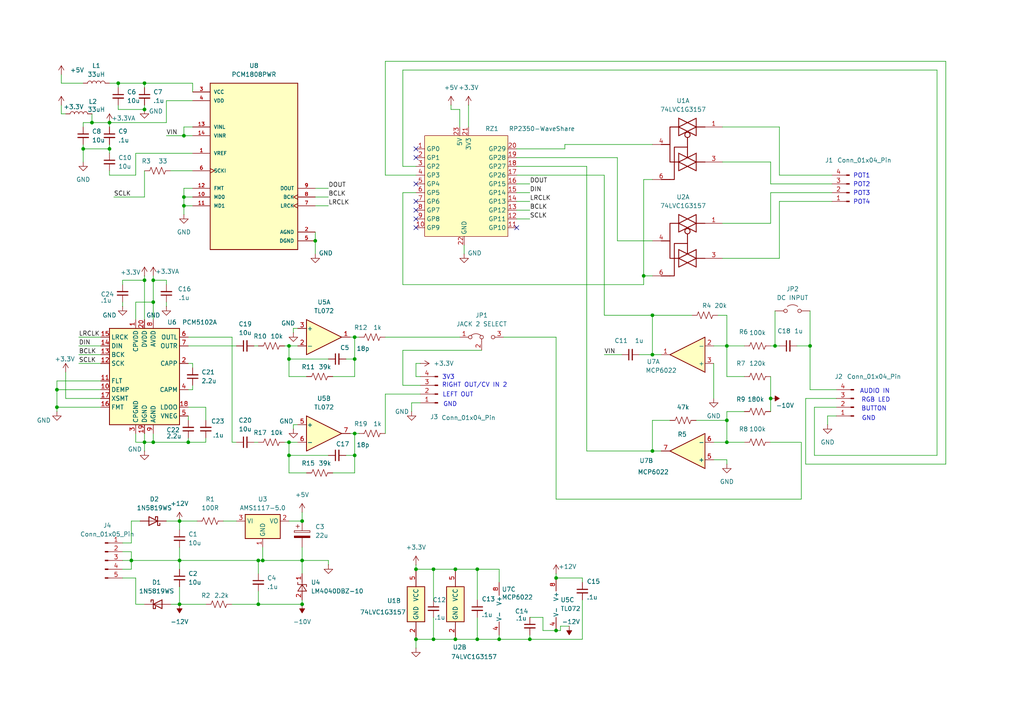
<source format=kicad_sch>
(kicad_sch (version 20250114) (generator "eeschema") (generator_version "9.0")
  (paper "A4")
  (title_block (title "Pico 2HP Audio") (date "2025-12-08") (rev "1.0"))
  (text "AUDIO IN\n" (at 253.746 113.538 0) (effects (font (size 1.27 1.27))))
  (text "GND" (at 251.968 121.412 0) (effects (font (size 1.27 1.27))))
  (text "GND" (at 130.556 117.348 0) (effects (font (size 1.27 1.27))))
  (text "POT2" (at 249.936 53.594 0) (effects (font (size 1.27 1.27))))
  (text "POT1" (at 249.936 51.054 0) (effects (font (size 1.27 1.27))))
  (text "LEFT OUT" (at 132.842 114.554 0) (effects (font (size 1.27 1.27))))
  (text "POT3\n" (at 249.936 56.134 0) (effects (font (size 1.27 1.27))))
  (text "POT4\n" (at 249.936 58.674 0) (effects (font (size 1.27 1.27))))
  (text "RGB LED " (at 254.508 116.078 0) (effects (font (size 1.27 1.27))))
  (text "BUTTON" (at 253.492 118.618 0) (effects (font (size 1.27 1.27))))
  (text "RIGHT OUT/CV IN 2" (at 137.668 111.76 0) (effects (font (size 1.27 1.27))))
  (text "3V3" (at 130.048 109.474 0) (effects (font (size 1.27 1.27))))
  (junction (at 44.45 81.28))
  (junction (at 189.23 130.81))
  (junction (at 144.78 185.42))
  (junction (at 83.82 128.27))
  (junction (at 161.29 167.64))
  (junction (at 186.69 80.01))
  (junction (at 52.07 162.56))
  (junction (at 224.79 100.33))
  (junction (at 189.23 91.44))
  (junction (at 41.91 24.13))
  (junction (at 41.91 31.75))
  (junction (at 44.45 128.27))
  (junction (at 125.73 165.1))
  (junction (at 120.65 185.42))
  (junction (at 223.52 115.57))
  (junction (at 102.87 125.73))
  (junction (at 83.82 104.14))
  (junction (at 83.82 132.08))
  (junction (at 52.07 175.26))
  (junction (at 52.07 151.13))
  (junction (at 41.91 128.27))
  (junction (at 83.82 100.33))
  (junction (at 24.13 43.18))
  (junction (at 87.63 151.13))
  (junction (at 102.87 132.08))
  (junction (at 132.08 185.42))
  (junction (at 53.34 57.15))
  (junction (at 54.61 128.27))
  (junction (at 234.95 100.33))
  (junction (at 74.93 175.26))
  (junction (at 16.51 118.11))
  (junction (at 102.87 104.14))
  (junction (at 41.91 81.28))
  (junction (at 53.34 39.37))
  (junction (at 138.43 185.42))
  (junction (at 132.08 165.1))
  (junction (at 38.1 162.56))
  (junction (at 210.82 121.92))
  (junction (at 210.82 128.27))
  (junction (at 76.2 162.56))
  (junction (at 125.73 185.42))
  (junction (at 87.63 175.26))
  (junction (at 34.29 24.13))
  (junction (at 31.75 35.56))
  (junction (at 74.93 162.56))
  (junction (at 53.34 59.69))
  (junction (at 91.44 69.85))
  (junction (at 87.63 162.56))
  (junction (at 210.82 100.33))
  (junction (at 26.67 35.56))
  (junction (at 102.87 97.79))
  (junction (at 16.51 113.03))
  (junction (at 44.45 87.63))
  (junction (at 120.65 165.1))
  (junction (at 138.43 165.1))
  (junction (at 31.75 43.18))
  (junction (at 161.29 182.88))
  (junction (at 153.67 185.42))
  (junction (at 189.23 102.87))
  (no_connect (at 120.65 53.34))
  (no_connect (at 120.65 66.04))
  (no_connect (at 120.65 45.72))
  (no_connect (at 120.65 43.18))
  (no_connect (at 120.65 60.96))
  (no_connect (at 120.65 58.42))
  (no_connect (at 120.65 63.5))
  (no_connect (at 149.86 66.04))
  (wire (pts (xy 53.34 36.83) (xy 53.34 39.37)))
  (wire (pts (xy 224.79 90.17) (xy 224.79 100.33)))
  (wire (pts (xy 31.75 35.56) (xy 31.75 36.83)))
  (wire (pts (xy 76.2 158.75) (xy 76.2 162.56)))
  (wire (pts (xy 83.82 132.08) (xy 83.82 128.27)))
  (wire (pts (xy 53.34 54.61) (xy 53.34 57.15)))
  (wire (pts (xy 271.78 20.32) (xy 271.78 132.08)))
  (wire (pts (xy 48.26 35.56) (xy 31.75 35.56)))
  (wire (pts (xy 38.1 157.48) (xy 38.1 151.13)))
  (wire (pts (xy 41.91 80.01) (xy 41.91 81.28)))
  (wire (pts (xy 236.22 132.08) (xy 236.22 118.11)))
  (wire (pts (xy 125.73 185.42) (xy 132.08 185.42)))
  (wire (pts (xy 35.56 167.64) (xy 39.37 167.64)))
  (wire (pts (xy 26.67 33.02) (xy 26.67 35.56)))
  (wire (pts (xy 116.84 82.55) (xy 116.84 55.88)))
  (wire (pts (xy 48.26 29.21) (xy 48.26 35.56)))
  (wire (pts (xy 39.37 44.45) (xy 39.37 50.8)))
  (wire (pts (xy 168.91 173.99) (xy 168.91 185.42)))
  (wire (pts (xy 83.82 104.14) (xy 83.82 100.33)))
  (wire (pts (xy 67.31 175.26) (xy 74.93 175.26)))
  (wire (pts (xy 120.65 105.41) (xy 121.92 105.41)))
  (wire (pts (xy 189.23 91.44) (xy 189.23 102.87)))
  (wire (pts (xy 226.06 74.93) (xy 209.55 74.93)))
  (wire (pts (xy 74.93 175.26) (xy 87.63 175.26)))
  (wire (pts (xy 55.88 29.21) (xy 48.26 29.21)))
  (wire (pts (xy 83.82 151.13) (xy 87.63 151.13)))
  (wire (pts (xy 223.52 53.34) (xy 241.3 53.34)))
  (wire (pts (xy 87.63 173.99) (xy 87.63 175.26)))
  (wire (pts (xy 102.87 97.79) (xy 102.87 104.14)))
  (wire (pts (xy 179.07 69.85) (xy 189.23 69.85)))
  (wire (pts (xy 168.91 185.42) (xy 153.67 185.42)))
  (wire (pts (xy 39.37 175.26) (xy 41.91 175.26)))
  (wire (pts (xy 102.87 97.79) (xy 104.14 97.79)))
  (wire (pts (xy 120.65 109.22) (xy 120.65 105.41)))
  (wire (pts (xy 120.65 185.42) (xy 125.73 185.42)))
  (wire (pts (xy 153.67 185.42) (xy 144.78 185.42)))
  (wire (pts (xy 223.52 128.27) (xy 232.41 128.27)))
  (wire (pts (xy 133.35 97.79) (xy 111.76 97.79)))
  (wire (pts (xy 55.88 26.67) (xy 55.88 24.13)))
  (wire (pts (xy 44.45 80.01) (xy 44.45 81.28)))
  (wire (pts (xy 16.51 118.11) (xy 16.51 119.38)))
  (wire (pts (xy 189.23 121.92) (xy 189.23 130.81)))
  (wire (pts (xy 87.63 162.56) (xy 87.63 166.37)))
  (wire (pts (xy 59.69 118.11) (xy 59.69 121.92)))
  (wire (pts (xy 149.86 45.72) (xy 179.07 45.72)))
  (wire (pts (xy 100.33 104.14) (xy 102.87 104.14)))
  (wire (pts (xy 91.44 59.69) (xy 95.25 59.69)))
  (wire (pts (xy 83.82 128.27) (xy 86.36 128.27)))
  (wire (pts (xy 48.26 87.63) (xy 48.26 88.9)))
  (wire (pts (xy 38.1 160.02) (xy 38.1 162.56)))
  (wire (pts (xy 22.86 102.87) (xy 29.21 102.87)))
  (wire (pts (xy 74.93 171.45) (xy 74.93 175.26)))
  (wire (pts (xy 223.52 46.99) (xy 223.52 53.34)))
  (wire (pts (xy 201.93 121.92) (xy 210.82 121.92)))
  (wire (pts (xy 210.82 133.35) (xy 210.82 134.62)))
  (wire (pts (xy 210.82 109.22) (xy 215.9 109.22)))
  (wire (pts (xy 38.1 162.56) (xy 52.07 162.56)))
  (wire (pts (xy 35.56 82.55) (xy 35.56 81.28)))
  (wire (pts (xy 24.13 41.91) (xy 24.13 43.18)))
  (wire (pts (xy 189.23 102.87) (xy 191.77 102.87)))
  (wire (pts (xy 233.68 134.62) (xy 233.68 115.57)))
  (wire (pts (xy 24.13 43.18) (xy 24.13 46.99)))
  (wire (pts (xy 87.63 158.75) (xy 87.63 162.56)))
  (wire (pts (xy 52.07 175.26) (xy 59.69 175.26)))
  (wire (pts (xy 59.69 127) (xy 59.69 128.27)))
  (wire (pts (xy 116.84 48.26) (xy 116.84 20.32)))
  (wire (pts (xy 149.86 58.42) (xy 153.67 58.42)))
  (wire (pts (xy 116.84 111.76) (xy 121.92 111.76)))
  (wire (pts (xy 55.88 113.03) (xy 55.88 111.76)))
  (wire (pts (xy 85.09 95.25) (xy 85.09 96.52)))
  (wire (pts (xy 88.9 137.16) (xy 83.82 137.16)))
  (wire (pts (xy 44.45 81.28) (xy 44.45 87.63)))
  (wire (pts (xy 19.05 115.57) (xy 19.05 107.95)))
  (wire (pts (xy 41.91 128.27) (xy 41.91 130.81)))
  (wire (pts (xy 233.68 115.57) (xy 242.57 115.57)))
  (wire (pts (xy 138.43 185.42) (xy 132.08 185.42)))
  (wire (pts (xy 125.73 165.1) (xy 132.08 165.1)))
  (wire (pts (xy 22.86 100.33) (xy 29.21 100.33)))
  (wire (pts (xy 67.31 128.27) (xy 68.58 128.27)))
  (wire (pts (xy 39.37 128.27) (xy 41.91 128.27)))
  (wire (pts (xy 209.55 64.77) (xy 223.52 64.77)))
  (wire (pts (xy 34.29 24.13) (xy 34.29 25.4)))
  (wire (pts (xy 82.55 128.27) (xy 83.82 128.27)))
  (wire (pts (xy 236.22 118.11) (xy 242.57 118.11)))
  (wire (pts (xy 111.76 50.8) (xy 111.76 17.78)))
  (wire (pts (xy 59.69 128.27) (xy 54.61 128.27)))
  (wire (pts (xy 31.75 24.13) (xy 34.29 24.13)))
  (wire (pts (xy 162.56 181.61) (xy 162.56 182.88)))
  (wire (pts (xy 73.66 100.33) (xy 74.93 100.33)))
  (wire (pts (xy 35.56 157.48) (xy 38.1 157.48)))
  (wire (pts (xy 163.83 41.91) (xy 163.83 43.18)))
  (wire (pts (xy 161.29 182.88) (xy 162.56 182.88)))
  (wire (pts (xy 22.86 105.41) (xy 29.21 105.41)))
  (wire (pts (xy 55.88 36.83) (xy 53.34 36.83)))
  (wire (pts (xy 17.78 33.02) (xy 19.05 33.02)))
  (wire (pts (xy 231.14 100.33) (xy 234.95 100.33)))
  (wire (pts (xy 175.26 50.8) (xy 175.26 91.44)))
  (wire (pts (xy 101.6 125.73) (xy 102.87 125.73)))
  (wire (pts (xy 120.65 109.22) (xy 121.92 109.22)))
  (wire (pts (xy 226.06 36.83) (xy 226.06 50.8)))
  (wire (pts (xy 96.52 137.16) (xy 102.87 137.16)))
  (wire (pts (xy 179.07 45.72) (xy 179.07 69.85)))
  (wire (pts (xy 86.36 95.25) (xy 85.09 95.25)))
  (wire (pts (xy 135.89 30.48) (xy 135.89 36.83)))
  (wire (pts (xy 242.57 113.03) (xy 234.95 113.03)))
  (wire (pts (xy 55.88 44.45) (xy 39.37 44.45)))
  (wire (pts (xy 41.91 57.15) (xy 41.91 49.53)))
  (wire (pts (xy 189.23 130.81) (xy 191.77 130.81)))
  (wire (pts (xy 209.55 46.99) (xy 223.52 46.99)))
  (wire (pts (xy 134.62 71.12) (xy 134.62 73.66)))
  (wire (pts (xy 189.23 91.44) (xy 200.66 91.44)))
  (wire (pts (xy 120.65 185.42) (xy 120.65 187.96)))
  (wire (pts (xy 39.37 50.8) (xy 31.75 50.8)))
  (wire (pts (xy 120.65 48.26) (xy 116.84 48.26)))
  (wire (pts (xy 119.38 116.84) (xy 119.38 119.38)))
  (wire (pts (xy 29.21 110.49) (xy 16.51 110.49)))
  (wire (pts (xy 130.81 30.48) (xy 130.81 31.75)))
  (wire (pts (xy 52.07 151.13) (xy 52.07 153.67)))
  (wire (pts (xy 95.25 163.83) (xy 95.25 162.56)))
  (wire (pts (xy 121.92 114.3) (xy 111.76 114.3)))
  (wire (pts (xy 165.1 181.61) (xy 162.56 181.61)))
  (wire (pts (xy 189.23 41.91) (xy 163.83 41.91)))
  (wire (pts (xy 91.44 69.85) (xy 91.44 73.66)))
  (wire (pts (xy 83.82 109.22) (xy 83.82 104.14)))
  (wire (pts (xy 234.95 90.17) (xy 234.95 100.33)))
  (wire (pts (xy 149.86 48.26) (xy 170.18 48.26)))
  (wire (pts (xy 111.76 50.8) (xy 120.65 50.8)))
  (wire (pts (xy 39.37 167.64) (xy 39.37 175.26)))
  (wire (pts (xy 54.61 128.27) (xy 44.45 128.27)))
  (wire (pts (xy 102.87 132.08) (xy 102.87 137.16)))
  (wire (pts (xy 210.82 100.33) (xy 215.9 100.33)))
  (wire (pts (xy 144.78 184.15) (xy 144.78 185.42)))
  (wire (pts (xy 91.44 57.15) (xy 95.25 57.15)))
  (wire (pts (xy 116.84 55.88) (xy 120.65 55.88)))
  (wire (pts (xy 232.41 128.27) (xy 232.41 144.78)))
  (wire (pts (xy 102.87 125.73) (xy 104.14 125.73)))
  (wire (pts (xy 44.45 81.28) (xy 48.26 81.28)))
  (wire (pts (xy 73.66 128.27) (xy 74.93 128.27)))
  (wire (pts (xy 210.82 128.27) (xy 207.01 128.27)))
  (wire (pts (xy 52.07 170.18) (xy 52.07 175.26)))
  (wire (pts (xy 87.63 148.59) (xy 87.63 151.13)))
  (wire (pts (xy 54.61 113.03) (xy 55.88 113.03)))
  (wire (pts (xy 31.75 41.91) (xy 31.75 43.18)))
  (wire (pts (xy 44.45 87.63) (xy 44.45 92.71)))
  (wire (pts (xy 133.35 31.75) (xy 133.35 36.83)))
  (wire (pts (xy 91.44 67.31) (xy 91.44 69.85)))
  (wire (pts (xy 138.43 165.1) (xy 132.08 165.1)))
  (wire (pts (xy 17.78 30.48) (xy 17.78 33.02)))
  (wire (pts (xy 64.77 151.13) (xy 68.58 151.13)))
  (wire (pts (xy 271.78 132.08) (xy 236.22 132.08)))
  (wire (pts (xy 24.13 35.56) (xy 24.13 36.83)))
  (wire (pts (xy 35.56 165.1) (xy 38.1 165.1)))
  (wire (pts (xy 102.87 104.14) (xy 102.87 109.22)))
  (wire (pts (xy 96.52 109.22) (xy 102.87 109.22)))
  (wire (pts (xy 210.82 128.27) (xy 215.9 128.27)))
  (wire (pts (xy 223.52 115.57) (xy 223.52 119.38)))
  (wire (pts (xy 157.48 179.07) (xy 153.67 179.07)))
  (wire (pts (xy 35.56 162.56) (xy 38.1 162.56)))
  (wire (pts (xy 120.65 165.1) (xy 125.73 165.1)))
  (wire (pts (xy 100.33 132.08) (xy 102.87 132.08)))
  (wire (pts (xy 35.56 87.63) (xy 35.56 88.9)))
  (wire (pts (xy 26.67 35.56) (xy 31.75 35.56)))
  (wire (pts (xy 41.91 30.48) (xy 41.91 31.75)))
  (wire (pts (xy 240.03 120.65) (xy 240.03 123.19)))
  (wire (pts (xy 153.67 184.15) (xy 153.67 185.42)))
  (wire (pts (xy 149.86 50.8) (xy 175.26 50.8)))
  (wire (pts (xy 34.29 31.75) (xy 41.91 31.75)))
  (wire (pts (xy 54.61 97.79) (xy 67.31 97.79)))
  (wire (pts (xy 24.13 43.18) (xy 31.75 43.18)))
  (wire (pts (xy 274.32 134.62) (xy 233.68 134.62)))
  (wire (pts (xy 149.86 55.88) (xy 153.67 55.88)))
  (wire (pts (xy 149.86 53.34) (xy 153.67 53.34)))
  (wire (pts (xy 41.91 128.27) (xy 41.91 125.73)))
  (wire (pts (xy 111.76 17.78) (xy 274.32 17.78)))
  (wire (pts (xy 161.29 97.79) (xy 161.29 144.78)))
  (wire (pts (xy 52.07 158.75) (xy 52.07 162.56)))
  (wire (pts (xy 83.82 137.16) (xy 83.82 132.08)))
  (wire (pts (xy 149.86 60.96) (xy 153.67 60.96)))
  (wire (pts (xy 85.09 123.19) (xy 85.09 124.46)))
  (wire (pts (xy 48.26 81.28) (xy 48.26 82.55)))
  (wire (pts (xy 149.86 43.18) (xy 163.83 43.18)))
  (wire (pts (xy 210.82 121.92) (xy 210.82 128.27)))
  (wire (pts (xy 52.07 162.56) (xy 52.07 165.1)))
  (wire (pts (xy 88.9 109.22) (xy 83.82 109.22)))
  (wire (pts (xy 175.26 102.87) (xy 180.34 102.87)))
  (wire (pts (xy 121.92 116.84) (xy 119.38 116.84)))
  (wire (pts (xy 144.78 168.91) (xy 144.78 165.1)))
  (wire (pts (xy 234.95 100.33) (xy 234.95 113.03)))
  (wire (pts (xy 232.41 144.78) (xy 161.29 144.78)))
  (wire (pts (xy 138.43 165.1) (xy 138.43 173.99)))
  (wire (pts (xy 55.88 54.61) (xy 53.34 54.61)))
  (wire (pts (xy 53.34 59.69) (xy 53.34 62.23)))
  (wire (pts (xy 91.44 54.61) (xy 95.25 54.61)))
  (wire (pts (xy 34.29 30.48) (xy 34.29 31.75)))
  (wire (pts (xy 44.45 125.73) (xy 44.45 128.27)))
  (wire (pts (xy 17.78 21.59) (xy 17.78 24.13)))
  (wire (pts (xy 83.82 100.33) (xy 86.36 100.33)))
  (wire (pts (xy 194.31 121.92) (xy 189.23 121.92)))
  (wire (pts (xy 224.79 100.33) (xy 226.06 100.33)))
  (wire (pts (xy 186.69 52.07) (xy 186.69 80.01)))
  (wire (pts (xy 16.51 113.03) (xy 29.21 113.03)))
  (wire (pts (xy 76.2 162.56) (xy 87.63 162.56)))
  (wire (pts (xy 38.1 162.56) (xy 38.1 165.1)))
  (wire (pts (xy 189.23 80.01) (xy 186.69 80.01)))
  (wire (pts (xy 144.78 165.1) (xy 138.43 165.1)))
  (wire (pts (xy 17.78 24.13) (xy 24.13 24.13)))
  (wire (pts (xy 29.21 115.57) (xy 19.05 115.57)))
  (wire (pts (xy 39.37 87.63) (xy 39.37 92.71)))
  (wire (pts (xy 76.2 162.56) (xy 74.93 162.56)))
  (wire (pts (xy 161.29 97.79) (xy 146.05 97.79)))
  (wire (pts (xy 54.61 105.41) (xy 55.88 105.41)))
  (wire (pts (xy 82.55 100.33) (xy 83.82 100.33)))
  (wire (pts (xy 186.69 80.01) (xy 186.69 82.55)))
  (wire (pts (xy 53.34 57.15) (xy 55.88 57.15)))
  (wire (pts (xy 41.91 81.28) (xy 41.91 92.71)))
  (wire (pts (xy 86.36 123.19) (xy 85.09 123.19)))
  (wire (pts (xy 16.51 113.03) (xy 16.51 118.11)))
  (wire (pts (xy 53.34 57.15) (xy 53.34 59.69)))
  (wire (pts (xy 210.82 100.33) (xy 210.82 109.22)))
  (wire (pts (xy 223.52 100.33) (xy 224.79 100.33)))
  (wire (pts (xy 16.51 110.49) (xy 16.51 113.03)))
  (wire (pts (xy 54.61 100.33) (xy 68.58 100.33)))
  (wire (pts (xy 33.02 57.15) (xy 41.91 57.15)))
  (wire (pts (xy 215.9 119.38) (xy 210.82 119.38)))
  (wire (pts (xy 209.55 36.83) (xy 226.06 36.83)))
  (wire (pts (xy 67.31 97.79) (xy 67.31 128.27)))
  (wire (pts (xy 24.13 35.56) (xy 26.67 35.56)))
  (wire (pts (xy 186.69 52.07) (xy 189.23 52.07)))
  (wire (pts (xy 157.48 182.88) (xy 157.48 179.07)))
  (wire (pts (xy 34.29 24.13) (xy 41.91 24.13)))
  (wire (pts (xy 87.63 162.56) (xy 95.25 162.56)))
  (wire (pts (xy 83.82 132.08) (xy 95.25 132.08)))
  (wire (pts (xy 161.29 166.37) (xy 161.29 167.64)))
  (wire (pts (xy 31.75 50.8) (xy 31.75 49.53)))
  (wire (pts (xy 31.75 43.18) (xy 31.75 44.45)))
  (wire (pts (xy 54.61 127) (xy 54.61 128.27)))
  (wire (pts (xy 16.51 118.11) (xy 29.21 118.11)))
  (wire (pts (xy 226.06 58.42) (xy 226.06 74.93)))
  (wire (pts (xy 157.48 182.88) (xy 161.29 182.88)))
  (wire (pts (xy 223.52 109.22) (xy 223.52 115.57)))
  (wire (pts (xy 39.37 125.73) (xy 39.37 128.27)))
  (wire (pts (xy 44.45 87.63) (xy 39.37 87.63)))
  (wire (pts (xy 48.26 39.37) (xy 53.34 39.37)))
  (wire (pts (xy 116.84 101.6) (xy 139.7 101.6)))
  (wire (pts (xy 116.84 101.6) (xy 116.84 111.76)))
  (wire (pts (xy 210.82 119.38) (xy 210.82 121.92)))
  (wire (pts (xy 242.57 120.65) (xy 240.03 120.65)))
  (wire (pts (xy 55.88 105.41) (xy 55.88 106.68)))
  (wire (pts (xy 241.3 58.42) (xy 226.06 58.42)))
  (wire (pts (xy 149.86 63.5) (xy 153.67 63.5)))
  (wire (pts (xy 44.45 128.27) (xy 41.91 128.27)))
  (wire (pts (xy 274.32 17.78) (xy 274.32 134.62)))
  (wire (pts (xy 207.01 133.35) (xy 210.82 133.35)))
  (wire (pts (xy 54.61 120.65) (xy 54.61 121.92)))
  (wire (pts (xy 130.81 31.75) (xy 133.35 31.75)))
  (wire (pts (xy 111.76 114.3) (xy 111.76 125.73)))
  (wire (pts (xy 185.42 102.87) (xy 189.23 102.87)))
  (wire (pts (xy 53.34 39.37) (xy 55.88 39.37)))
  (wire (pts (xy 48.26 151.13) (xy 52.07 151.13)))
  (wire (pts (xy 170.18 130.81) (xy 189.23 130.81)))
  (wire (pts (xy 125.73 179.07) (xy 125.73 185.42)))
  (wire (pts (xy 116.84 20.32) (xy 271.78 20.32)))
  (wire (pts (xy 186.69 82.55) (xy 116.84 82.55)))
  (wire (pts (xy 52.07 151.13) (xy 57.15 151.13)))
  (wire (pts (xy 207.01 100.33) (xy 210.82 100.33)))
  (wire (pts (xy 22.86 97.79) (xy 29.21 97.79)))
  (wire (pts (xy 144.78 185.42) (xy 138.43 185.42)))
  (wire (pts (xy 52.07 162.56) (xy 74.93 162.56)))
  (wire (pts (xy 208.28 91.44) (xy 210.82 91.44)))
  (wire (pts (xy 223.52 55.88) (xy 241.3 55.88)))
  (wire (pts (xy 101.6 97.79) (xy 102.87 97.79)))
  (wire (pts (xy 38.1 151.13) (xy 40.64 151.13)))
  (wire (pts (xy 125.73 165.1) (xy 125.73 173.99)))
  (wire (pts (xy 226.06 50.8) (xy 241.3 50.8)))
  (wire (pts (xy 223.52 64.77) (xy 223.52 55.88)))
  (wire (pts (xy 55.88 24.13) (xy 41.91 24.13)))
  (wire (pts (xy 120.65 163.83) (xy 120.65 165.1)))
  (wire (pts (xy 55.88 49.53) (xy 49.53 49.53)))
  (wire (pts (xy 170.18 48.26) (xy 170.18 130.81)))
  (wire (pts (xy 49.53 175.26) (xy 52.07 175.26)))
  (wire (pts (xy 161.29 167.64) (xy 168.91 167.64)))
  (wire (pts (xy 175.26 91.44) (xy 189.23 91.44)))
  (wire (pts (xy 35.56 81.28) (xy 41.91 81.28)))
  (wire (pts (xy 102.87 125.73) (xy 102.87 132.08)))
  (wire (pts (xy 168.91 167.64) (xy 168.91 168.91)))
  (wire (pts (xy 83.82 104.14) (xy 95.25 104.14)))
  (wire (pts (xy 41.91 25.4) (xy 41.91 24.13)))
  (wire (pts (xy 207.01 105.41) (xy 207.01 115.57)))
  (wire (pts (xy 53.34 59.69) (xy 55.88 59.69)))
  (wire (pts (xy 35.56 160.02) (xy 38.1 160.02)))
  (wire (pts (xy 210.82 91.44) (xy 210.82 100.33)))
  (wire (pts (xy 138.43 179.07) (xy 138.43 185.42)))
  (wire (pts (xy 54.61 118.11) (xy 59.69 118.11)))
  (wire (pts (xy 74.93 162.56) (xy 74.93 166.37)))
  (label "DIN" (at 153.67 55.88 0))
  (label "BCLK" (at 95.25 57.15 0))
  (label "VIN" (at 175.26 102.87 0))
  (label "LRCLK" (at 153.67 58.42 0))
  (label "LRCLK" (at 22.86 97.79 0))
  (label "LRCLK" (at 95.25 59.69 0))
  (label "SCLK" (at 22.86 105.41 0))
  (label "BCLK" (at 153.67 60.96 0))
  (label "SCLK" (at 153.67 63.5 0))
  (label "DOUT" (at 95.25 54.61 0))
  (label "SCLK" (at 33.02 57.15 0))
  (label "DOUT" (at 153.67 53.34 0))
  (label "VIN" (at 48.26 39.37 0))
  (label "DIN" (at 22.86 100.33 0))
  (label "BCLK" (at 22.86 102.87 0))
  (symbol (lib_id "Device:C_Small") (at 97.79 104.14 90) (unit 1)
    (property "Reference" "C5" (at 101.346 100.838 90) (effects (justify left)))
    (property "Value" "18p" (at 107.188 101.092 90) (effects (justify left)))
    (property "Footprint" "Capacitor_SMD:C_0603_1608Metric_Pad1.08x0.95mm_HandSolder" (effects (hide yes)))
    (property "Description" "Unpolarized capacitor, small symbol" (effects (hide yes)))
  )
  (symbol (lib_id "Device:R_US") (at 219.71 100.33 90) (unit 1)
    (property "Reference" "R6" (at 215.646 96.266 90))
    (property "Value" "100k" (at 219.71 96.52 90))
    (property "Footprint" "Resistor_SMD:R_0603_1608Metric_Pad0.98x0.95mm_HandSolder" (effects (hide yes)))
    (property "Description" "Resistor, US symbol" (effects (hide yes)))
  )
  (symbol (lib_id "Amplifier_Operational:TL072") (at 93.98 97.79 0) (unit 1)
    (property "Reference" "U5" (at 93.98 87.63 0))
    (property "Value" "TL072" (at 93.98 90.17 0))
    (property "Footprint" "Package_SO:SOIC-8_3.9x4.9mm_P1.27mm" (effects (hide yes)))
    (property "Datasheet" "http://www.ti.com/lit/ds/symlink/tl071.pdf" (effects (hide yes)))
    (property "Description" "Dual Low-Noise JFET-Input Operational Amplifiers, DIP-8/SOIC-8" (effects (hide yes)))
  )
  (symbol (lib_id "power:GND") (at 119.38 119.38 0) (unit 1)
    (property "Reference" "#PWR026" (effects (hide yes)))
    (property "Value" "GND" (at 116.586 119.38 0))
    (property "Description" "Power symbol creates a global label with name \"GND\" , ground" (effects (hide yes)))
  )
  (symbol (lib_id "power:GND") (at 41.91 31.75 0) (unit 1)
    (property "Reference" "#PWR030" (effects (hide yes)))
    (property "Value" "GND" (at 45.212 32.258 0))
    (property "Description" "Power symbol creates a global label with name \"GND\" , ground" (effects (hide yes)))
  )
  (symbol (lib_id "Device:R_US") (at 204.47 91.44 90) (unit 1)
    (property "Reference" "R4" (at 204.978 88.646 90))
    (property "Value" "20k" (at 209.042 88.646 90))
    (property "Footprint" "Resistor_SMD:R_0603_1608Metric_Pad0.98x0.95mm_HandSolder" (effects (hide yes)))
    (property "Description" "Resistor, US symbol" (effects (hide yes)))
  )
  (symbol (lib_id "power:+3.3V") (at 121.92 105.41 270) (unit 1)
    (property "Reference" "#PWR027" (effects (hide yes)))
    (property "Value" "+3.3V" (at 125.73 105.4099 90) (effects (justify left)))
    (property "Description" "Power symbol creates a global label with name \"+3.3V\"" (effects (hide yes)))
  )
  (symbol (lib_id "Device:R_US") (at 219.71 109.22 90) (unit 1)
    (property "Reference" "R7" (at 214.884 105.41 90))
    (property "Value" "120k" (at 219.71 105.41 90))
    (property "Footprint" "Resistor_SMD:R_0603_1608Metric_Pad0.98x0.95mm_HandSolder" (effects (hide yes)))
    (property "Description" "Resistor, US symbol" (effects (hide yes)))
  )
  (symbol (lib_id "power:GND") (at 120.65 187.96 0) (unit 1)
    (property "Reference" "#PWR022" (effects (hide yes)))
    (property "Value" "GND" (effects (hide yes)))
    (property "Description" "Power symbol creates a global label with name \"GND\" , ground" (effects (hide yes)))
  )
  (symbol (lib_id "Device:C_Small") (at 31.75 39.37 0) (unit 1)
    (property "Reference" "C9" (at 34.29 38.1062 0) (effects (justify left)))
    (property "Value" ".1u" (at 34.29 40.6462 0) (effects (justify left)))
    (property "Footprint" "Capacitor_SMD:C_0603_1608Metric_Pad1.08x0.95mm_HandSolder" (effects (hide yes)))
    (property "Description" "Unpolarized capacitor, small symbol" (effects (hide yes)))
  )
  (symbol (lib_id "Device:C_Small") (at 48.26 85.09 180) (unit 1)
    (property "Reference" "C16" (at 51.562 83.82 0) (effects (justify right)))
    (property "Value" ".1u" (at 51.816 86.36 0) (effects (justify right)))
    (property "Footprint" "Capacitor_SMD:C_0603_1608Metric_Pad1.08x0.95mm_HandSolder" (effects (hide yes)))
    (property "Description" "Unpolarized capacitor, small symbol" (effects (hide yes)))
  )
  (symbol (lib_id "Device:C_Small") (at 182.88 102.87 90) (unit 1)
    (property "Reference" "C11" (at 182.118 98.806 90) (effects (justify left)))
    (property "Value" "1u" (at 186.69 98.806 90) (effects (justify left)))
    (property "Footprint" "Capacitor_SMD:C_0603_1608Metric_Pad1.08x0.95mm_HandSolder" (effects (hide yes)))
    (property "Description" "Unpolarized capacitor, small symbol" (effects (hide yes)))
  )
  (symbol (lib_id "power:GND") (at 35.56 88.9 0) (unit 1)
    (property "Reference" "#PWR034" (effects (hide yes)))
    (property "Value" "GND" (at 31.75 91.44 0))
    (property "Description" "Power symbol creates a global label with name \"GND\" , ground" (effects (hide yes)))
  )
  (symbol (lib_id "power:GND") (at 240.03 123.19 0) (unit 1)
    (property "Reference" "#PWR013" (effects (hide yes)))
    (property "Value" "GND" (at 240.03 128.27 0))
    (property "Description" "Power symbol creates a global label with name \"GND\" , ground" (effects (hide yes)))
  )
  (symbol (lib_id "power:+12V") (at 52.07 151.13 0) (unit 1)
    (property "Reference" "#PWR04" (effects (hide yes)))
    (property "Value" "+12V" (at 52.07 146.05 0))
    (property "Description" "Power symbol creates a global label with name \"+12V\"" (effects (hide yes)))
  )
  (symbol (lib_id "Reference_Voltage:LM4040DBZ-10") (at 87.63 170.18 90) (unit 1)
    (property "Reference" "U4" (at 90.17 168.9099 90) (effects (justify right)))
    (property "Value" "LM4040DBZ-10" (at 90.17 171.4499 90) (effects (justify right)))
    (property "Footprint" "Package_TO_SOT_SMD:SOT-23" (effects (hide yes)))
    (property "Datasheet" "http://www.ti.com/lit/ds/symlink/lm4040-n.pdf" (effects (hide yes)))
    (property "Description" "10.00V Precision Micropower Shunt Voltage Reference, SOT-23" (effects (hide yes)))
  )
  (symbol (lib_id "power:+3.3V") (at 17.78 21.59 0) (unit 1)
    (property "Reference" "#PWR08" (effects (hide yes)))
    (property "Value" "+5V" (at 20.32 20.3199 0) (effects (justify left)))
    (property "Description" "Power symbol creates a global label with name \"+3.3V\"" (effects (hide yes)))
  )
  (symbol (lib_id "power:+3.3V") (at 41.91 80.01 0) (unit 1)
    (property "Reference" "#PWR032" (effects (hide yes)))
    (property "Value" "+3.3V" (at 37.846 78.994 0))
    (property "Description" "Power symbol creates a global label with name \"+3.3V\"" (effects (hide yes)))
  )
  (symbol (lib_id "Device:C_Small") (at 34.29 27.94 0) (unit 1)
    (property "Reference" "C6" (at 36.83 26.6762 0) (effects (justify left)))
    (property "Value" "10u" (at 36.83 29.2162 0) (effects (justify left)))
    (property "Footprint" "Capacitor_SMD:C_0603_1608Metric_Pad1.08x0.95mm_HandSolder" (effects (hide yes)))
    (property "Description" "Unpolarized capacitor, small symbol" (effects (hide yes)))
  )
  (symbol (lib_id "power:GND") (at 85.09 96.52 0) (unit 1)
    (property "Reference" "#PWR07" (effects (hide yes)))
    (property "Value" "GND" (at 83.566 93.726 0))
    (property "Description" "Power symbol creates a global label with name \"GND\" , ground" (effects (hide yes)))
  )
  (symbol (lib_id "power:GND") (at 91.44 73.66 0) (unit 1)
    (property "Reference" "#PWR014" (effects (hide yes)))
    (property "Value" "GND" (at 94.488 73.406 0))
    (property "Description" "Power symbol creates a global label with name \"GND\" , ground" (effects (hide yes)))
  )
  (symbol (lib_id "Connector:Conn_01x04_Pin") (at 246.38 55.88 180) (unit 1)
    (property "Reference" "J1" (at 239.268 46.482 0) (effects (justify right)))
    (property "Value" "Conn_01x04_Pin" (at 242.824 46.482 0) (effects (justify right)))
    (property "Footprint" "Connector_PinHeader_2.54mm:PinHeader_1x04_P2.54mm_Vertical" (effects (hide yes)))
    (property "Description" "Generic connector, single row, 01x04, script generated" (effects (hide yes)))
  )
  (symbol (lib_id "power:GND") (at 210.82 134.62 0) (unit 1)
    (property "Reference" "#PWR012" (effects (hide yes)))
    (property "Value" "GND" (at 210.82 139.7 0))
    (property "Description" "Power symbol creates a global label with name \"GND\" , ground" (effects (hide yes)))
  )
  (symbol (lib_id "power:GND") (at 53.34 62.23 0) (unit 1)
    (property "Reference" "#PWR020" (effects (hide yes)))
    (property "Value" "GND" (at 53.34 67.31 0))
    (property "Description" "Power symbol creates a global label with name \"GND\" , ground" (effects (hide yes)))
  )
  (symbol (lib_id "Device:C_Small") (at 54.61 124.46 180) (unit 1)
    (property "Reference" "C22" (at 48.26 124.714 0) (effects (justify right)))
    (property "Value" "2.2u" (at 48.26 126.492 0) (effects (justify right)))
    (property "Footprint" "Capacitor_SMD:C_0603_1608Metric_Pad1.08x0.95mm_HandSolder" (effects (hide yes)))
    (property "Description" "Unpolarized capacitor, small symbol" (effects (hide yes)))
  )
  (symbol (lib_id "Device:R_US") (at 78.74 100.33 90) (unit 1)
    (property "Reference" "R10" (at 75.438 97.536 90))
    (property "Value" "10k" (at 80.264 97.536 90))
    (property "Footprint" "Resistor_SMD:R_0603_1608Metric_Pad0.98x0.95mm_HandSolder" (effects (hide yes)))
    (property "Description" "Resistor, US symbol" (effects (hide yes)))
  )
  (symbol (lib_id "power:GND") (at 24.13 46.99 0) (unit 1)
    (property "Reference" "#PWR06" (effects (hide yes)))
    (property "Value" "GND" (at 24.13 52.07 0))
    (property "Description" "Power symbol creates a global label with name \"GND\" , ground" (effects (hide yes)))
  )
  (symbol (lib_id "Audio:PCM5102") (at 41.91 107.95 0) (unit 1)
    (property "Reference" "U6" (at 48.514 93.472 0) (effects (justify left)))
    (property "Value" "PCM5102A" (at 52.832 93.472 0) (effects (justify left)))
    (property "Footprint" "Package_SO:TSSOP-20_4.4x6.5mm_P0.65mm" (effects (hide yes)))
    (property "Datasheet" "http://www.ti.com/lit/ds/symlink/pcm5102.pdf" (effects (hide yes)))
    (property "Description" "2VRMS DirectPath, 112dB Audio Stereo DAC with 32-bit, 384kHz PCM Interface, TSSOP-20" (effects (hide yes)))
  )
  (symbol (lib_id "Device:R_US") (at 45.72 49.53 90) (unit 1)
    (property "Reference" "R3" (at 42.418 46.736 90))
    (property "Value" "33" (at 47.244 46.736 90))
    (property "Footprint" "Resistor_SMD:R_0603_1608Metric_Pad0.98x0.95mm_HandSolder" (effects (hide yes)))
    (property "Description" "Resistor, US symbol" (effects (hide yes)))
  )
  (symbol (lib_id "Regulator_Linear:AMS1117-5.0") (at 76.2 151.13 0) (unit 1)
    (property "Reference" "U3" (at 76.2 144.78 0))
    (property "Value" "AMS1117-5.0" (at 76.2 147.32 0))
    (property "Footprint" "Package_TO_SOT_SMD:SOT-223-3_TabPin2" (effects (hide yes)))
    (property "Datasheet" "http://www.advanced-monolithic.com/pdf/ds1117.pdf" (effects (hide yes)))
    (property "Description" "1A Low Dropout regulator, positive, 5.0V fixed output, SOT-223" (effects (hide yes)))
  )
  (symbol (lib_id "Device:C_Small") (at 31.75 46.99 0) (unit 1)
    (property "Reference" "C10" (at 34.29 45.7262 0) (effects (justify left)))
    (property "Value" "10u" (at 34.29 48.2662 0) (effects (justify left)))
    (property "Footprint" "Capacitor_SMD:C_0603_1608Metric_Pad1.08x0.95mm_HandSolder" (effects (hide yes)))
    (property "Description" "Unpolarized capacitor, small symbol" (effects (hide yes)))
  )
  (symbol (lib_id "power:+5V") (at 87.63 148.59 0) (unit 1)
    (property "Reference" "#PWR025" (effects (hide yes)))
    (property "Value" "+5V" (at 87.63 143.51 0))
    (property "Description" "Power symbol creates a global label with name \"+5V\"" (effects (hide yes)))
  )
  (symbol (lib_id "Device:R_US") (at 63.5 175.26 90) (unit 1)
    (property "Reference" "R2" (at 59.69 172.72 90))
    (property "Value" "2.2k" (at 64.262 172.72 90))
    (property "Footprint" "Resistor_SMD:R_0603_1608Metric_Pad0.98x0.95mm_HandSolder" (effects (hide yes)))
    (property "Description" "Resistor, US symbol" (effects (hide yes)))
  )
  (symbol (lib_id "Amplifier_Operational:MCP6022") (at 199.39 130.81 180) (unit 2)
    (property "Reference" "U7" (at 187.452 133.604 0))
    (property "Value" "MCP6022" (at 189.484 136.906 0))
    (property "Footprint" "Package_SO:SOIC-8_3.9x4.9mm_P1.27mm" (effects (hide yes)))
    (property "Datasheet" "http://ww1.microchip.com/downloads/en/devicedoc/20001685e.pdf" (effects (hide yes)))
    (property "Description" "Dual Operational Amplifiers, Rail-to-Rail Input/Output, DIP-8/SOIC-8/TSSOP-8" (effects (hide yes)))
  )
  (symbol (lib_id "Amplifier_Operational:MCP6022") (at 147.32 176.53 0) (unit 3)
    (property "Reference" "U7" (at 145.542 170.942 0) (effects (justify left)))
    (property "Value" "MCP6022" (at 145.542 173.228 0) (effects (justify left)))
    (property "Footprint" "Package_SO:SOIC-8_3.9x4.9mm_P1.27mm" (effects (hide yes)))
    (property "Datasheet" "http://ww1.microchip.com/downloads/en/devicedoc/20001685e.pdf" (effects (hide yes)))
    (property "Description" "Dual Operational Amplifiers, Rail-to-Rail Input/Output, DIP-8/SOIC-8/TSSOP-8" (effects (hide yes)))
  )
  (symbol (lib_id "power:+3.3V") (at 120.65 163.83 0) (unit 1)
    (property "Reference" "#PWR021" (effects (hide yes)))
    (property "Value" "+3.3V" (at 120.65 158.75 0))
    (property "Description" "Power symbol creates a global label with name \"+3.3V\"" (effects (hide yes)))
  )
  (symbol (lib_id "My_Library:RP2350-WaveShare") (at 134.62 53.34 0) (unit 1)
    (property "Reference" "RZ1" (at 140.716 37.338 0) (effects (justify left)))
    (property "Value" "RP2350-WaveShare" (at 147.574 37.338 0) (effects (justify left)))
    (property "Footprint" "MyLibrary:RP2350-Waveshare" (effects (hide yes)))
  )
  (symbol (lib_id "Device:L") (at 27.94 24.13 90) (unit 1)
    (property "Reference" "L1" (at 27.94 19.05 90))
    (property "Value" "33uH" (at 27.94 21.59 90))
    (property "Footprint" "Inductor_SMD:L_0603_1608Metric_Pad1.05x0.95mm_HandSolder" (effects (hide yes)))
    (property "Description" "Inductor" (effects (hide yes)))
  )
  (symbol (lib_id "power:GND") (at 85.09 124.46 0) (unit 1)
    (property "Reference" "#PWR019" (effects (hide yes)))
    (property "Value" "GND" (at 83.058 122.174 0))
    (property "Description" "Power symbol creates a global label with name \"GND\" , ground" (effects (hide yes)))
  )
  (symbol (lib_id "Device:C_Small") (at 41.91 27.94 0) (unit 1)
    (property "Reference" "C7" (at 44.45 26.6762 0) (effects (justify left)))
    (property "Value" ".1u" (at 44.45 29.2162 0) (effects (justify left)))
    (property "Footprint" "Capacitor_SMD:C_0603_1608Metric_Pad1.08x0.95mm_HandSolder" (effects (hide yes)))
    (property "Description" "Unpolarized capacitor, small symbol" (effects (hide yes)))
  )
  (symbol (lib_id "Device:R_US") (at 219.71 128.27 90) (unit 1)
    (property "Reference" "R8" (at 215.646 124.46 90))
    (property "Value" "100k" (at 219.71 124.46 90))
    (property "Footprint" "Resistor_SMD:R_0603_1608Metric_Pad0.98x0.95mm_HandSolder" (effects (hide yes)))
    (property "Description" "Resistor, US symbol" (effects (hide yes)))
  )
  (symbol (lib_id "Device:C_Small") (at 52.07 167.64 0) (unit 1)
    (property "Reference" "C2" (at 54.61 166.3762 0) (effects (justify left)))
    (property "Value" "10u" (at 54.61 168.9162 0) (effects (justify left)))
    (property "Footprint" "Capacitor_SMD:C_0603_1608Metric_Pad1.08x0.95mm_HandSolder" (effects (hide yes)))
    (property "Description" "Unpolarized capacitor, small symbol" (effects (hide yes)))
  )
  (symbol (lib_id "Device:R_US") (at 78.74 128.27 90) (unit 1)
    (property "Reference" "R17" (at 75.438 125.476 90))
    (property "Value" "10k" (at 80.264 125.476 90))
    (property "Footprint" "Resistor_SMD:R_0603_1608Metric_Pad0.98x0.95mm_HandSolder" (effects (hide yes)))
    (property "Description" "Resistor, US symbol" (effects (hide yes)))
  )
  (symbol (lib_id "Device:C_Small") (at 71.12 100.33 90) (unit 1)
    (property "Reference" "C19" (at 71.1263 93.98 90))
    (property "Value" "10u" (at 71.1263 96.52 90))
    (property "Footprint" "Capacitor_SMD:C_0603_1608Metric_Pad1.08x0.95mm_HandSolder" (effects (hide yes)))
    (property "Description" "Unpolarized capacitor, small symbol" (effects (hide yes)))
  )
  (symbol (lib_id "Device:R_US") (at 107.95 97.79 90) (unit 1)
    (property "Reference" "R12" (at 104.648 94.996 90))
    (property "Value" "1k" (at 109.474 94.996 90))
    (property "Footprint" "Resistor_SMD:R_0603_1608Metric_Pad0.98x0.95mm_HandSolder" (effects (hide yes)))
    (property "Description" "Resistor, US symbol" (effects (hide yes)))
  )
  (symbol (lib_id "power:+3.3V") (at 19.05 107.95 0) (unit 1)
    (property "Reference" "#PWR036" (effects (hide yes)))
    (property "Value" "+3.3V" (at 18.796 104.14 0))
    (property "Description" "Power symbol creates a global label with name \"+3.3V\"" (effects (hide yes)))
  )
  (symbol (lib_id "power:+5V") (at 130.81 30.48 0) (unit 1)
    (property "Reference" "#PWR03" (effects (hide yes)))
    (property "Value" "+5V" (at 130.81 25.4 0))
    (property "Description" "Power symbol creates a global label with name \"+5V\"" (effects (hide yes)))
  )
  (symbol (lib_id "Device:C_Small") (at 35.56 85.09 180) (unit 1)
    (property "Reference" "C24" (at 29.21 85.344 0) (effects (justify right)))
    (property "Value" ".1u" (at 29.21 87.122 0) (effects (justify right)))
    (property "Footprint" "Capacitor_SMD:C_0603_1608Metric_Pad1.08x0.95mm_HandSolder" (effects (hide yes)))
    (property "Description" "Unpolarized capacitor, small symbol" (effects (hide yes)))
  )
  (symbol (lib_id "Diode:1N5819WS") (at 44.45 151.13 180) (unit 1)
    (property "Reference" "D2" (at 44.7675 144.78 0))
    (property "Value" "1N5819WS" (at 44.7675 147.32 0))
    (property "Footprint" "Diode_SMD:D_SOD-123" (effects (hide yes)))
    (property "Datasheet" "https://datasheet.lcsc.com/lcsc/2204281430_Guangdong-Hottech-1N5819WS_C191023.pdf" (effects (hide yes)))
    (property "Description" "40V 600mV@1A 1A SOD-323 Schottky Barrier Diodes, SOD-323" (effects (hide yes)))
  )
  (symbol (lib_id "Device:C_Small") (at 138.43 176.53 0) (unit 1)
    (property "Reference" "C13" (at 139.7 173.736 0) (effects (justify left)))
    (property "Value" ".1u" (at 139.7 178.308 0) (effects (justify left)))
    (property "Footprint" "Capacitor_SMD:C_0603_1608Metric_Pad1.08x0.95mm_HandSolder" (effects (hide yes)))
    (property "Description" "Unpolarized capacitor, small symbol" (effects (hide yes)))
  )
  (symbol (lib_id "Jumper:Jumper_2_Open") (at 229.87 90.17 0) (unit 1)
    (property "Reference" "JP2" (at 229.87 83.82 0))
    (property "Value" "DC INPUT" (at 229.87 86.36 0))
    (property "Footprint" "Jumper:SolderJumper-2_P1.3mm_Open_RoundedPad1.0x1.5mm" (effects (hide yes)))
    (property "Description" "Jumper, 2-pole, open" (effects (hide yes)))
  )
  (symbol (lib_id "Device:C_Small") (at 153.67 181.61 0) (unit 1)
    (property "Reference" "C14" (at 149.352 177.292 0) (effects (justify left)))
    (property "Value" ".1u" (at 149.606 179.324 0) (effects (justify left)))
    (property "Footprint" "Capacitor_SMD:C_0603_1608Metric_Pad1.08x0.95mm_HandSolder" (effects (hide yes)))
    (property "Description" "Unpolarized capacitor, small symbol" (effects (hide yes)))
  )
  (symbol (lib_id "Device:R_US") (at 107.95 125.73 90) (unit 1)
    (property "Reference" "R19" (at 104.648 122.936 90))
    (property "Value" "1k" (at 109.474 122.936 90))
    (property "Footprint" "Resistor_SMD:R_0603_1608Metric_Pad0.98x0.95mm_HandSolder" (effects (hide yes)))
    (property "Description" "Resistor, US symbol" (effects (hide yes)))
  )
  (symbol (lib_id "Amplifier_Operational:MCP6022") (at 199.39 102.87 180) (unit 1)
    (property "Reference" "U7" (at 189.484 104.902 0))
    (property "Value" "MCP6022" (at 191.77 107.442 0))
    (property "Footprint" "Package_SO:SOIC-8_3.9x4.9mm_P1.27mm" (effects (hide yes)))
    (property "Datasheet" "http://ww1.microchip.com/downloads/en/devicedoc/20001685e.pdf" (effects (hide yes)))
    (property "Description" "Dual Operational Amplifiers, Rail-to-Rail Input/Output, DIP-8/SOIC-8/TSSOP-8" (effects (hide yes)))
  )
  (symbol (lib_id "Device:C_Small") (at 24.13 39.37 0) (unit 1)
    (property "Reference" "C8" (at 26.67 38.1062 0) (effects (justify left)))
    (property "Value" "10u" (at 26.67 40.6462 0) (effects (justify left)))
    (property "Footprint" "Capacitor_SMD:C_0603_1608Metric_Pad1.08x0.95mm_HandSolder" (effects (hide yes)))
    (property "Description" "Unpolarized capacitor, small symbol" (effects (hide yes)))
  )
  (symbol (lib_id "power:+3.3VA") (at 31.75 35.56 0) (unit 1)
    (property "Reference" "#PWR031" (effects (hide yes)))
    (property "Value" "+3.3VA" (at 35.814 34.29 0))
    (property "Description" "Power symbol creates a global label with name \"+3.3VA\"" (effects (hide yes)))
  )
  (symbol (lib_id "Device:C_Small") (at 52.07 156.21 0) (unit 1)
    (property "Reference" "C1" (at 54.61 154.9462 0) (effects (justify left)))
    (property "Value" "10u" (at 54.61 157.4862 0) (effects (justify left)))
    (property "Footprint" "Capacitor_SMD:C_0603_1608Metric_Pad1.08x0.95mm_HandSolder" (effects (hide yes)))
    (property "Description" "Unpolarized capacitor, small symbol" (effects (hide yes)))
  )
  (symbol (lib_id "power:GND") (at 48.26 88.9 0) (unit 1)
    (property "Reference" "#PWR09" (effects (hide yes)))
    (property "Value" "GND" (at 44.45 91.44 0))
    (property "Description" "Power symbol creates a global label with name \"GND\" , ground" (effects (hide yes)))
  )
  (symbol (lib_id "power:GND") (at 207.01 115.57 0) (unit 1)
    (property "Reference" "#PWR011" (effects (hide yes)))
    (property "Value" "GND" (at 207.01 120.65 0))
    (property "Description" "Power symbol creates a global label with name \"GND\" , ground" (effects (hide yes)))
  )
  (symbol (lib_id "power:+3.3VA") (at 44.45 80.01 0) (unit 1)
    (property "Reference" "#PWR033" (effects (hide yes)))
    (property "Value" "+3.3VA" (at 48.514 78.74 0))
    (property "Description" "Power symbol creates a global label with name \"+3.3VA\"" (effects (hide yes)))
  )
  (symbol (lib_id "power:+3.3V") (at 135.89 30.48 0) (unit 1)
    (property "Reference" "#PWR02" (effects (hide yes)))
    (property "Value" "+3.3V" (at 135.89 25.4 0))
    (property "Description" "Power symbol creates a global label with name \"+3.3V\"" (effects (hide yes)))
  )
  (symbol (lib_id "Device:R_US") (at 92.71 109.22 90) (unit 1)
    (property "Reference" "R11" (at 89.408 106.426 90))
    (property "Value" "39k" (at 94.234 106.426 90))
    (property "Footprint" "Resistor_SMD:R_0603_1608Metric_Pad0.98x0.95mm_HandSolder" (effects (hide yes)))
    (property "Description" "Resistor, US symbol" (effects (hide yes)))
  )
  (symbol (lib_id "Device:C_Small") (at 125.73 176.53 0) (unit 1)
    (property "Reference" "C12" (at 125.476 173.99 0) (effects (justify left)))
    (property "Value" ".1u" (at 125.984 179.07 0) (effects (justify left)))
    (property "Footprint" "Capacitor_SMD:C_0603_1608Metric_Pad1.08x0.95mm_HandSolder" (effects (hide yes)))
    (property "Description" "Unpolarized capacitor, small symbol" (effects (hide yes)))
  )
  (symbol (lib_id "power:-10V") (at 223.52 115.57 270) (unit 1)
    (property "Reference" "#PWR016" (effects (hide yes)))
    (property "Value" "-10V" (at 225.044 117.602 90) (effects (justify left)))
    (property "Description" "Power symbol creates a global label with name \"-10V\"" (effects (hide yes)))
  )
  (symbol (lib_id "Device:C_Small") (at 71.12 128.27 90) (unit 1)
    (property "Reference" "C20" (at 71.1263 121.92 90))
    (property "Value" "10u" (at 71.1263 124.46 90))
    (property "Footprint" "Capacitor_SMD:C_0603_1608Metric_Pad1.08x0.95mm_HandSolder" (effects (hide yes)))
    (property "Description" "Unpolarized capacitor, small symbol" (effects (hide yes)))
  )
  (symbol (lib_id "74xGxx:74LVC1G3157") (at 199.39 41.91 0) (unit 1)
    (property "Reference" "U1" (at 198.12 29.21 0))
    (property "Value" "74LVC1G3157" (at 198.12 31.75 0))
    (property "Footprint" "Package_TO_SOT_SMD:SOT-23-6" (effects (hide yes)))
    (property "Datasheet" "http://www.ti.com/lit/sg/scyt129e/scyt129e.pdf" (effects (hide yes)))
    (property "Description" "SPDT Analog Switch, Low-Voltage CMOS" (effects (hide yes)))
  )
  (symbol (lib_id "power:GND") (at 16.51 119.38 0) (unit 1)
    (property "Reference" "#PWR035" (effects (hide yes)))
    (property "Value" "GND" (at 12.7 121.92 0))
    (property "Description" "Power symbol creates a global label with name \"GND\" , ground" (effects (hide yes)))
  )
  (symbol (lib_id "power:GND") (at 134.62 73.66 0) (unit 1)
    (property "Reference" "#PWR010" (effects (hide yes)))
    (property "Value" "GND" (at 137.668 73.406 0))
    (property "Description" "Power symbol creates a global label with name \"GND\" , ground" (effects (hide yes)))
  )
  (symbol (lib_id "Jumper:Jumper_3_Bridged12") (at 139.7 97.79 0) (unit 1) (in_bom no)
    (property "Reference" "JP1" (at 139.7 91.44 0))
    (property "Value" "JACK 2 SELECT" (at 139.7 93.98 0))
    (property "Footprint" "Jumper:SolderJumper-3_P1.3mm_Open_RoundedPad1.0x1.5mm_NumberLabels" (effects (hide yes)))
    (property "Description" "Jumper, 3-pole, pins 1+2 closed/bridged" (effects (hide yes)))
  )
  (symbol (lib_id "Device:C_Small") (at 74.93 168.91 0) (unit 1)
    (property "Reference" "C4" (at 77.47 167.6462 0) (effects (justify left)))
    (property "Value" ".1u" (at 77.47 170.1862 0) (effects (justify left)))
    (property "Footprint" "Capacitor_SMD:C_0603_1608Metric_Pad1.08x0.95mm_HandSolder" (effects (hide yes)))
    (property "Description" "Unpolarized capacitor, small symbol" (effects (hide yes)))
  )
  (symbol (lib_id "Connector:Conn_01x04_Pin") (at 127 114.3 180) (unit 1)
    (property "Reference" "J3" (at 124.714 120.904 0) (effects (justify right)))
    (property "Value" "Conn_01x04_Pin" (at 128.016 121.158 0) (effects (justify right)))
    (property "Footprint" "Connector_PinHeader_2.54mm:PinHeader_1x04_P2.54mm_Vertical" (effects (hide yes)))
    (property "Description" "Generic connector, single row, 01x04, script generated" (effects (hide yes)))
  )
  (symbol (lib_id "power:GND") (at 95.25 163.83 0) (unit 1)
    (property "Reference" "#PWR01" (effects (hide yes)))
    (property "Value" "GND" (effects (hide yes)))
    (property "Description" "Power symbol creates a global label with name \"GND\" , ground" (effects (hide yes)))
  )
  (symbol (lib_id "Device:R_US") (at 60.96 151.13 90) (unit 1)
    (property "Reference" "R1" (at 60.96 144.78 90))
    (property "Value" "100R" (at 60.96 147.32 90))
    (property "Footprint" "Resistor_SMD:R_1206_3216Metric_Pad1.30x1.75mm_HandSolder" (effects (hide yes)))
    (property "Description" "Resistor, US symbol" (effects (hide yes)))
  )
  (symbol (lib_id "74xGxx:74LVC1G3157") (at 199.39 69.85 0) (unit 1)
    (property "Reference" "U2" (at 198.12 57.15 0))
    (property "Value" "74LVC1G3157" (at 198.12 59.69 0))
    (property "Footprint" "Package_TO_SOT_SMD:SOT-23-6" (effects (hide yes)))
    (property "Datasheet" "http://www.ti.com/lit/sg/scyt129e/scyt129e.pdf" (effects (hide yes)))
    (property "Description" "SPDT Analog Switch, Low-Voltage CMOS" (effects (hide yes)))
  )
  (symbol (lib_id "74xGxx:74LVC1G3157") (at 132.08 175.26 0) (unit 2)
    (property "Reference" "U2" (at 131.318 187.706 0) (effects (justify left)))
    (property "Value" "74LVC1G3157" (at 130.81 190.5 0) (effects (justify left)))
    (property "Footprint" "Package_TO_SOT_SMD:SOT-23-6" (effects (hide yes)))
    (property "Datasheet" "http://www.ti.com/lit/sg/scyt129e/scyt129e.pdf" (effects (hide yes)))
    (property "Description" "SPDT Analog Switch, Low-Voltage CMOS" (effects (hide yes)))
  )
  (symbol (lib_id "Diode:1N5819WS") (at 45.72 175.26 0) (unit 1)
    (property "Reference" "D1" (at 45.4025 168.91 0))
    (property "Value" "1N5819WS" (at 45.4025 171.45 0))
    (property "Footprint" "Diode_SMD:D_SOD-123" (effects (hide yes)))
    (property "Datasheet" "https://datasheet.lcsc.com/lcsc/2204281430_Guangdong-Hottech-1N5819WS_C191023.pdf" (effects (hide yes)))
    (property "Description" "40V 600mV@1A 1A SOD-323 Schottky Barrier Diodes, SOD-323" (effects (hide yes)))
  )
  (symbol (lib_id "Device:C_Small") (at 168.91 171.45 0) (unit 1)
    (property "Reference" "C15" (at 170.18 168.656 0) (effects (justify left)))
    (property "Value" ".1u" (at 170.18 173.228 0) (effects (justify left)))
    (property "Footprint" "Capacitor_SMD:C_0603_1608Metric_Pad1.08x0.95mm_HandSolder" (effects (hide yes)))
    (property "Description" "Unpolarized capacitor, small symbol" (effects (hide yes)))
  )
  (symbol (lib_id "power:+3.3V") (at 17.78 30.48 0) (unit 1)
    (property "Reference" "#PWR017" (effects (hide yes)))
    (property "Value" "+3.3V" (at 21.336 30.988 0))
    (property "Description" "Power symbol creates a global label with name \"+3.3V\"" (effects (hide yes)))
  )
  (symbol (lib_id "Device:R_US") (at 219.71 119.38 90) (unit 1)
    (property "Reference" "R9" (at 214.884 115.824 90))
    (property "Value" "180k" (at 219.202 115.824 90))
    (property "Footprint" "Resistor_SMD:R_0603_1608Metric_Pad0.98x0.95mm_HandSolder" (effects (hide yes)))
    (property "Description" "Resistor, US symbol" (effects (hide yes)))
  )
  (symbol (lib_id "Device:C_Small") (at 59.69 124.46 180) (unit 1)
    (property "Reference" "C23" (at 61.214 122.174 0) (effects (justify right)))
    (property "Value" ".1u" (at 61.722 126.238 0) (effects (justify right)))
    (property "Footprint" "Capacitor_SMD:C_0603_1608Metric_Pad1.08x0.95mm_HandSolder" (effects (hide yes)))
    (property "Description" "Unpolarized capacitor, small symbol" (effects (hide yes)))
  )
  (symbol (lib_id "Device:R_US") (at 198.12 121.92 90) (unit 1)
    (property "Reference" "R5" (at 197.866 125.984 90))
    (property "Value" "47k" (at 198.12 118.11 90))
    (property "Footprint" "Resistor_SMD:R_0603_1608Metric_Pad0.98x0.95mm_HandSolder" (effects (hide yes)))
    (property "Description" "Resistor, US symbol" (effects (hide yes)))
  )
  (symbol (lib_id "Device:R_US") (at 92.71 137.16 90) (unit 1)
    (property "Reference" "R15" (at 89.408 134.366 90))
    (property "Value" "39k" (at 94.234 134.366 90))
    (property "Footprint" "Resistor_SMD:R_0603_1608Metric_Pad0.98x0.95mm_HandSolder" (effects (hide yes)))
    (property "Description" "Resistor, US symbol" (effects (hide yes)))
  )
  (symbol (lib_id "Device:C_Polarized") (at 87.63 154.94 0) (unit 1)
    (property "Reference" "C3" (at 91.44 152.7809 0) (effects (justify left)))
    (property "Value" "22u" (at 91.44 155.3209 0) (effects (justify left)))
    (property "Footprint" "Capacitor_SMD:CP_Elec_5x5.9" (effects (hide yes)))
    (property "Description" "Polarized capacitor" (effects (hide yes)))
  )
  (symbol (lib_id "Device:C_Small") (at 55.88 109.22 180) (unit 1)
    (property "Reference" "C21" (at 58.42 107.9435 0) (effects (justify right)))
    (property "Value" "2.2u" (at 58.42 110.4835 0) (effects (justify right)))
    (property "Footprint" "Capacitor_SMD:C_0603_1608Metric_Pad1.08x0.95mm_HandSolder" (effects (hide yes)))
    (property "Description" "Unpolarized capacitor, small symbol" (effects (hide yes)))
  )
  (symbol (lib_id "power:-12V") (at 52.07 175.26 180) (unit 1)
    (property "Reference" "#PWR05" (effects (hide yes)))
    (property "Value" "-12V" (at 52.07 180.34 0))
    (property "Description" "Power symbol creates a global label with name \"-12V\"" (effects (hide yes)))
  )
  (symbol (lib_id "power:-10V") (at 87.63 175.26 180) (unit 1)
    (property "Reference" "#PWR015" (effects (hide yes)))
    (property "Value" "-10V" (at 87.63 180.34 0))
    (property "Description" "Power symbol creates a global label with name \"-10V\"" (effects (hide yes)))
  )
  (symbol (lib_id "My_Library:PCM1808PWR") (at 73.66 46.99 0) (unit 1)
    (property "Reference" "U8" (at 73.66 19.05 0))
    (property "Value" "PCM1808PWR" (at 73.66 21.59 0))
    (property "Footprint" "Package_SO:TSSOP-14_4.4x5mm_P0.65mm" (effects (hide yes)))
    (property "DigiKey_Part_Number" "296-26307-1-ND" (effects (hide yes)))
    (property "SnapEDA_Link" "https://www.snapeda.com/parts/PCM1808PWR/Texas+Instruments/view-part/?ref=snap" (effects (hide yes)))
    (property "MAXIMUM_PACKAGE_HEIGHT" "1.2 mm" (effects (hide yes)))
    (property "Package" "TSSOP-14 Texas Instruments" (effects (hide yes)))
    (property "Check_prices" "https://www.snapeda.com/parts/PCM1808PWR/Texas+Instruments/view-part/?ref=eda" (effects (hide yes)))
    (property "STANDARD" "IPC 7351B" (effects (hide yes)))
    (property "PARTREV" "B" (effects (hide yes)))
    (property "MF" "Texas Instruments" (effects (hide yes)))
    (property "MP" "PCM1808PWR" (effects (hide yes)))
    (property "Description_1" "24-bit, 99-dB SNR, 96-kHz stereo ADC with single-ended inputs" (effects (hide yes)))
    (property "MANUFACTURER" "Texas Instruments" (effects (hide yes)))
  )
  (symbol (lib_id "74xGxx:74LVC1G3157") (at 120.65 175.26 0) (unit 2)
    (property "Reference" "U1" (at 112.268 174.244 0) (effects (justify left)))
    (property "Value" "74LVC1G3157" (at 104.394 177.546 0) (effects (justify left)))
    (property "Footprint" "Package_TO_SOT_SMD:SOT-23-6" (effects (hide yes)))
    (property "Datasheet" "http://www.ti.com/lit/sg/scyt129e/scyt129e.pdf" (effects (hide yes)))
    (property "Description" "SPDT Analog Switch, Low-Voltage CMOS" (effects (hide yes)))
  )
  (symbol (lib_id "Device:C_Small") (at 97.79 132.08 90) (unit 1)
    (property "Reference" "C17" (at 101.346 128.778 90) (effects (justify left)))
    (property "Value" "18p" (at 107.188 129.032 90) (effects (justify left)))
    (property "Footprint" "Capacitor_SMD:C_0603_1608Metric_Pad1.08x0.95mm_HandSolder" (effects (hide yes)))
    (property "Description" "Unpolarized capacitor, small symbol" (effects (hide yes)))
  )
  (symbol (lib_id "power:-12V") (at 165.1 181.61 180) (unit 1)
    (property "Reference" "#PWR023" (effects (hide yes)))
    (property "Value" "-12V" (at 165.608 180.34 0))
    (property "Description" "Power symbol creates a global label with name \"-12V\"" (effects (hide yes)))
  )
  (symbol (lib_id "power:GND") (at 41.91 130.81 0) (unit 1)
    (property "Reference" "#PWR029" (effects (hide yes)))
    (property "Value" "GND" (at 39.116 130.302 0))
    (property "Description" "Power symbol creates a global label with name \"GND\" , ground" (effects (hide yes)))
  )
  (symbol (lib_id "Device:L") (at 22.86 33.02 90) (unit 1)
    (property "Reference" "L2" (at 26.924 29.464 90))
    (property "Value" "33uH" (at 27.94 31.75 90))
    (property "Footprint" "Inductor_SMD:L_0603_1608Metric_Pad1.05x0.95mm_HandSolder" (effects (hide yes)))
    (property "Description" "Inductor" (effects (hide yes)))
  )
  (symbol (lib_id "Amplifier_Operational:TL072") (at 163.83 175.26 0) (unit 3)
    (property "Reference" "U5" (at 162.56 173.9899 0) (effects (justify left)))
    (property "Value" "TL072" (at 162.56 176.5299 0) (effects (justify left)))
    (property "Footprint" "Package_SO:SOIC-8_3.9x4.9mm_P1.27mm" (effects (hide yes)))
    (property "Datasheet" "http://www.ti.com/lit/ds/symlink/tl071.pdf" (effects (hide yes)))
    (property "Description" "Dual Low-Noise JFET-Input Operational Amplifiers, DIP-8/SOIC-8" (effects (hide yes)))
  )
  (symbol (lib_id "Amplifier_Operational:TL072") (at 93.98 125.73 0) (unit 2)
    (property "Reference" "U5" (at 93.98 115.57 0))
    (property "Value" "TL072" (at 93.98 118.11 0))
    (property "Footprint" "Package_SO:SOIC-8_3.9x4.9mm_P1.27mm" (effects (hide yes)))
    (property "Datasheet" "http://www.ti.com/lit/ds/symlink/tl071.pdf" (effects (hide yes)))
    (property "Description" "Dual Low-Noise JFET-Input Operational Amplifiers, DIP-8/SOIC-8" (effects (hide yes)))
  )
  (symbol (lib_id "Device:C_Small") (at 228.6 100.33 90) (unit 1)
    (property "Reference" "C18" (at 229.362 96.012 90) (effects (justify left)))
    (property "Value" "1u" (at 232.918 96.012 90) (effects (justify left)))
    (property "Footprint" "Capacitor_SMD:C_0603_1608Metric_Pad1.08x0.95mm_HandSolder" (effects (hide yes)))
    (property "Description" "Unpolarized capacitor, small symbol" (effects (hide yes)))
  )
  (symbol (lib_id "Connector:Conn_01x04_Pin") (at 247.65 118.11 180) (unit 1)
    (property "Reference" "J2" (at 242.062 109.22 0) (effects (justify right)))
    (property "Value" "Conn_01x04_Pin" (at 245.618 109.22 0) (effects (justify right)))
    (property "Footprint" "Connector_PinHeader_2.54mm:PinHeader_1x04_P2.54mm_Vertical" (effects (hide yes)))
    (property "Description" "Generic connector, single row, 01x04, script generated" (effects (hide yes)))
  )
  (symbol (lib_id "power:+12V") (at 161.29 166.37 0) (unit 1)
    (property "Reference" "#PWR024" (effects (hide yes)))
    (property "Value" "+12V" (at 164.592 164.338 0))
    (property "Description" "Power symbol creates a global label with name \"+12V\"" (effects (hide yes)))
  )
  (symbol (lib_id "Connector:Conn_01x05_Pin") (at 30.48 162.56 0) (unit 1)
    (property "Reference" "J4" (at 31.115 152.4 0))
    (property "Value" "Conn_01x05_Pin" (at 31.115 154.94 0))
    (property "Footprint" "Connector_PinHeader_2.54mm:PinHeader_1x05_P2.54mm_Vertical" (effects (hide yes)))
    (property "Description" "Generic connector, single row, 01x05, script generated" (effects (hide yes)))
  )
)
</source>
